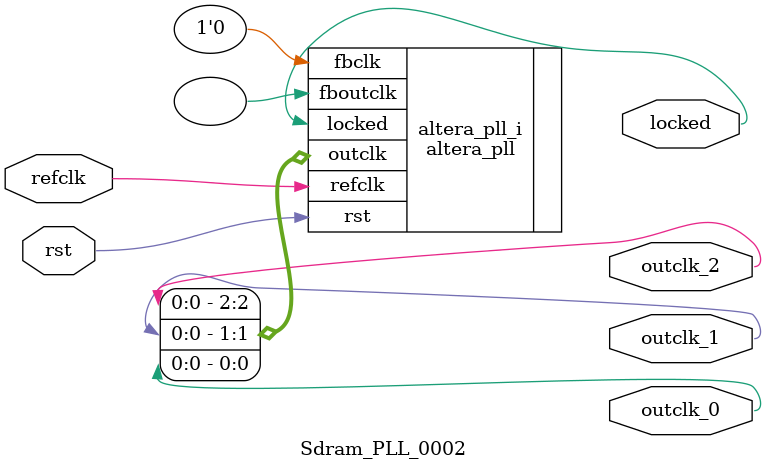
<source format=v>
`timescale 1ns/10ps
module  Sdram_PLL_0002(

	// interface 'refclk'
	input wire refclk,

	// interface 'reset'
	input wire rst,

	// interface 'outclk0'
	output wire outclk_0,

	// interface 'outclk1'
	output wire outclk_1,

	// interface 'outclk2'
	output wire outclk_2,

	// interface 'locked'
	output wire locked
);

	altera_pll #(
		.fractional_vco_multiplier("false"),
		.reference_clock_frequency("27.0 MHz"),
		.operation_mode("normal"),
		.number_of_clocks(3),
		.output_clock_frequency0("100.000000 MHz"),
		.phase_shift0("0 ps"),
		.duty_cycle0(50),
		.output_clock_frequency1("100.000000 MHz"),
		.phase_shift1("-4027 ps"),
		.duty_cycle1(50),
		.output_clock_frequency2("18.367346 MHz"),
		.phase_shift2("0 ps"),
		.duty_cycle2(50),
		.output_clock_frequency3("0 MHz"),
		.phase_shift3("0 ps"),
		.duty_cycle3(50),
		.output_clock_frequency4("0 MHz"),
		.phase_shift4("0 ps"),
		.duty_cycle4(50),
		.output_clock_frequency5("0 MHz"),
		.phase_shift5("0 ps"),
		.duty_cycle5(50),
		.output_clock_frequency6("0 MHz"),
		.phase_shift6("0 ps"),
		.duty_cycle6(50),
		.output_clock_frequency7("0 MHz"),
		.phase_shift7("0 ps"),
		.duty_cycle7(50),
		.output_clock_frequency8("0 MHz"),
		.phase_shift8("0 ps"),
		.duty_cycle8(50),
		.output_clock_frequency9("0 MHz"),
		.phase_shift9("0 ps"),
		.duty_cycle9(50),
		.output_clock_frequency10("0 MHz"),
		.phase_shift10("0 ps"),
		.duty_cycle10(50),
		.output_clock_frequency11("0 MHz"),
		.phase_shift11("0 ps"),
		.duty_cycle11(50),
		.output_clock_frequency12("0 MHz"),
		.phase_shift12("0 ps"),
		.duty_cycle12(50),
		.output_clock_frequency13("0 MHz"),
		.phase_shift13("0 ps"),
		.duty_cycle13(50),
		.output_clock_frequency14("0 MHz"),
		.phase_shift14("0 ps"),
		.duty_cycle14(50),
		.output_clock_frequency15("0 MHz"),
		.phase_shift15("0 ps"),
		.duty_cycle15(50),
		.output_clock_frequency16("0 MHz"),
		.phase_shift16("0 ps"),
		.duty_cycle16(50),
		.output_clock_frequency17("0 MHz"),
		.phase_shift17("0 ps"),
		.duty_cycle17(50),
		.pll_type("General"),
		.pll_subtype("General")
	) altera_pll_i (
		.rst	(rst),
		.outclk	({outclk_2, outclk_1, outclk_0}),
		.locked	(locked),
		.fboutclk	( ),
		.fbclk	(1'b0),
		.refclk	(refclk)
	);
endmodule


</source>
